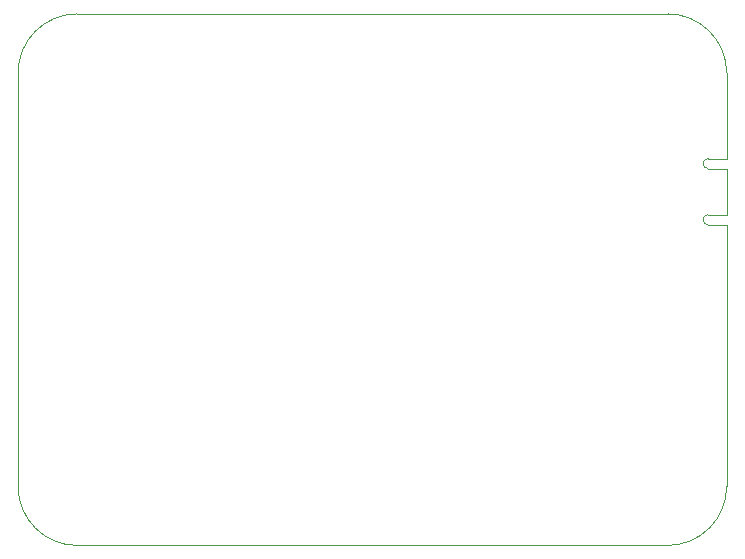
<source format=gbr>
%TF.GenerationSoftware,KiCad,Pcbnew,5.1.6*%
%TF.CreationDate,2021-04-06T07:59:24+02:00*%
%TF.ProjectId,teriyaki,74657269-7961-46b6-992e-6b696361645f,rev?*%
%TF.SameCoordinates,Original*%
%TF.FileFunction,Profile,NP*%
%FSLAX46Y46*%
G04 Gerber Fmt 4.6, Leading zero omitted, Abs format (unit mm)*
G04 Created by KiCad (PCBNEW 5.1.6) date 2021-04-06 07:59:24*
%MOMM*%
%LPD*%
G01*
G04 APERTURE LIST*
%TA.AperFunction,Profile*%
%ADD10C,0.050000*%
%TD*%
%TA.AperFunction,Profile*%
%ADD11C,0.100000*%
%TD*%
G04 APERTURE END LIST*
D10*
X147000000Y-124700000D02*
X147000000Y-103500000D01*
X147000000Y-124700000D02*
G75*
G02*
X142000000Y-129700000I-5000000J0D01*
G01*
X92000000Y-129700000D02*
X142000000Y-129700000D01*
X92000000Y-129700000D02*
G75*
G02*
X87000000Y-124700000I0J5000000D01*
G01*
X87000000Y-89700000D02*
X87000000Y-124700000D01*
X87000000Y-89700000D02*
G75*
G02*
X92000000Y-84700000I5000000J0D01*
G01*
X142000000Y-84700000D02*
X92000000Y-84700000D01*
X142000000Y-84700000D02*
G75*
G02*
X147000000Y-89700000I0J-5000000D01*
G01*
X147000000Y-96000000D02*
X147000000Y-89700000D01*
D11*
%TO.C,J1*%
X147000000Y-103500000D02*
X147000000Y-102550000D01*
X145425000Y-102550000D02*
X147000000Y-102550000D01*
X145425000Y-101700000D02*
X147000000Y-101700000D01*
X147000000Y-101700000D02*
X147000000Y-97800000D01*
X145425000Y-97800000D02*
X147000000Y-97800000D01*
X145425000Y-96950000D02*
X147000000Y-96950000D01*
X147000000Y-96950000D02*
X147000000Y-96000000D01*
X145425000Y-96950000D02*
G75*
G03*
X145425000Y-97800000I0J-425000D01*
G01*
X145425000Y-101700000D02*
G75*
G03*
X145425000Y-102550000I0J-425000D01*
G01*
%TD*%
M02*

</source>
